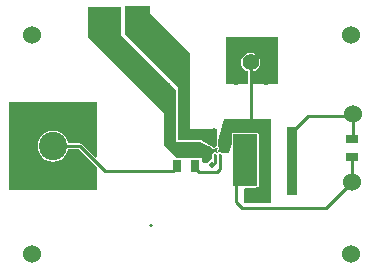
<source format=gtl>
G04*
G04 #@! TF.GenerationSoftware,Altium Limited,Altium Designer,18.0.7 (293)*
G04*
G04 Layer_Physical_Order=1*
G04 Layer_Color=255*
%FSLAX25Y25*%
%MOIN*%
G70*
G01*
G75*
%ADD10C,0.01000*%
%ADD13R,0.03307X0.22874*%
%ADD14R,0.03307X0.16693*%
%ADD15R,0.03898X0.03307*%
%ADD16R,0.03937X0.03150*%
%ADD17R,0.03150X0.03937*%
%ADD18R,0.02835X0.02992*%
%ADD19C,0.01181*%
%ADD20C,0.05512*%
%ADD21C,0.05906*%
%ADD22C,0.09449*%
%ADD23C,0.06000*%
%ADD24C,0.02000*%
G36*
X116392Y82866D02*
X108145D01*
Y86977D01*
X108829Y87261D01*
X109485Y87764D01*
X109987Y88419D01*
X110303Y89181D01*
X110411Y90000D01*
X110303Y90819D01*
X109987Y91581D01*
X109485Y92237D01*
X108829Y92739D01*
X108067Y93055D01*
X107248Y93163D01*
X106429Y93055D01*
X105667Y92739D01*
X105011Y92237D01*
X104509Y91581D01*
X104193Y90819D01*
X104085Y90000D01*
X104193Y89181D01*
X104509Y88419D01*
X105011Y87764D01*
X105667Y87261D01*
X106351Y86977D01*
Y82866D01*
X99167D01*
Y98319D01*
X116392Y98319D01*
Y82866D01*
D02*
G37*
G36*
X73903Y106006D02*
X86909Y93000D01*
Y67768D01*
X95971D01*
X95997Y67703D01*
Y62051D01*
X95497Y61682D01*
X95434Y61694D01*
X95056Y61619D01*
X94919Y61528D01*
X90809Y64268D01*
X83009D01*
Y81673D01*
X65500Y99182D01*
X65500Y108697D01*
X73903D01*
Y106006D01*
D02*
G37*
G36*
X64000Y108598D02*
X64000Y99000D01*
X82365Y80635D01*
Y63880D01*
X82777Y63468D01*
X90320D01*
X92938Y61968D01*
X93518D01*
X94691Y61185D01*
X94771Y61170D01*
X94839Y61124D01*
X94919Y61140D01*
X95000Y61124D01*
X95068Y61170D01*
X95148Y61186D01*
X95216Y61231D01*
X95436Y61275D01*
X95436Y61275D01*
X95441Y61276D01*
X95515Y61291D01*
X95523Y61297D01*
X95580Y61311D01*
X95726Y61340D01*
X95732Y61348D01*
X95742Y61351D01*
X95742Y61351D01*
X95813Y61365D01*
X95966Y61468D01*
X96309D01*
Y61404D01*
X96095Y61083D01*
X96020Y60705D01*
X96095Y60326D01*
X96309Y60005D01*
Y59968D01*
X96149Y59807D01*
X96134Y59830D01*
X95813Y60044D01*
X95434Y60119D01*
X95056Y60044D01*
X94735Y59830D01*
X94520Y59509D01*
X94445Y59130D01*
X94520Y58751D01*
X94537Y58726D01*
Y58196D01*
X92909Y56568D01*
X91509D01*
X90911Y57166D01*
Y57968D01*
X82835D01*
X78312Y62490D01*
X78312Y73264D01*
X53000Y98576D01*
Y108598D01*
X64000Y108598D01*
D02*
G37*
G36*
X56029Y58394D02*
X55567Y58203D01*
X51068Y62702D01*
X50777Y62897D01*
X50433Y62965D01*
X46440D01*
X46382Y63400D01*
X45868Y64642D01*
X45050Y65708D01*
X43984Y66526D01*
X42742Y67041D01*
X41409Y67216D01*
X40077Y67041D01*
X38835Y66526D01*
X37769Y65708D01*
X36950Y64642D01*
X36436Y63400D01*
X36261Y62068D01*
X36436Y60735D01*
X36950Y59493D01*
X37769Y58427D01*
X38835Y57609D01*
X40077Y57095D01*
X41409Y56919D01*
X42742Y57095D01*
X43984Y57609D01*
X45050Y58427D01*
X45868Y59493D01*
X46382Y60735D01*
X46440Y61171D01*
X50062D01*
X56029Y55203D01*
Y47378D01*
X26698Y47378D01*
Y76906D01*
X56029Y76906D01*
Y58394D01*
D02*
G37*
G36*
X109500Y55283D02*
Y48709D01*
X101500D01*
Y55283D01*
Y66142D01*
X109500D01*
Y55283D01*
D02*
G37*
G36*
X103841Y71000D02*
X114000Y71000D01*
X114000Y43000D01*
X105000D01*
X104958Y47918D01*
X105310Y48274D01*
X108947D01*
Y48298D01*
X109500D01*
X109791Y48418D01*
X109911Y48709D01*
Y59568D01*
Y66142D01*
X109791Y66433D01*
X109500Y66553D01*
X101500D01*
X101209Y66433D01*
X101089Y66142D01*
Y62911D01*
X99974Y59803D01*
X97747Y59772D01*
X97709Y59830D01*
X97388Y60044D01*
X97009Y60119D01*
X96699Y60058D01*
X96675Y60116D01*
X96651Y60234D01*
X96482Y60487D01*
X96439Y60705D01*
X96482Y60923D01*
X96651Y61176D01*
X96675Y61293D01*
X96721Y61404D01*
X96720Y61404D01*
Y61468D01*
X96600Y61758D01*
X96600Y61759D01*
X96600D01*
X96408Y62051D01*
Y62202D01*
X96424Y62279D01*
X96408Y62357D01*
Y63809D01*
X98500Y71000D01*
X103841Y71000D01*
D02*
G37*
D10*
X140993Y50120D02*
Y58451D01*
X73903Y35917D02*
X73919Y35902D01*
X111374Y85874D02*
X112248Y86748D01*
X102415Y43585D02*
Y50500D01*
Y43585D02*
X104500Y41500D01*
X132373D01*
X140993Y50120D01*
X141276Y71969D02*
Y72561D01*
Y64640D02*
Y71969D01*
X126272D02*
X141276D01*
X121087Y66783D02*
X126272Y71969D01*
X121087Y57000D02*
Y66783D01*
X107248Y68988D02*
Y90000D01*
X107228Y68968D02*
X107248Y68988D01*
X97009Y54461D02*
Y59130D01*
X96016Y53468D02*
X97009Y54461D01*
X90136Y53468D02*
X96016D01*
X88647Y54957D02*
X90136Y53468D01*
X140993Y58451D02*
X141160Y58284D01*
X140993Y64357D02*
X141276Y64640D01*
X112248Y86748D02*
X112500Y87000D01*
X112248Y86748D02*
Y95000D01*
X102248Y85000D02*
Y95000D01*
X112248D01*
X111374Y85126D02*
Y85874D01*
X112248Y85000D02*
Y86748D01*
X75301Y79661D02*
X79041Y75921D01*
X75099Y79661D02*
X75301D01*
X51409Y72068D02*
X52505D01*
X81265Y53874D02*
X82741Y55350D01*
X58627Y53874D02*
X81265D01*
X50433Y62068D02*
X58627Y53874D01*
X41409Y62068D02*
X50433D01*
X88647Y54957D02*
Y55350D01*
X95434Y56560D02*
Y59130D01*
X94520Y55646D02*
X95434Y56560D01*
X103745Y55032D02*
X104509Y54268D01*
D13*
X121087Y57000D02*
D03*
D14*
X106913D02*
D03*
D15*
X107228Y68968D02*
D03*
Y45031D02*
D03*
D16*
X140993Y64357D02*
D03*
Y58451D02*
D03*
D17*
X88647Y55350D02*
D03*
X82741D02*
D03*
X79001Y81039D02*
D03*
X84907D02*
D03*
X79041Y75921D02*
D03*
X84946D02*
D03*
D18*
X84809Y65758D02*
D03*
Y61978D02*
D03*
X88709Y65758D02*
D03*
Y61978D02*
D03*
D19*
X97009Y59130D02*
D03*
X95434D02*
D03*
X97009Y60705D02*
D03*
X95434D02*
D03*
X97009Y62279D02*
D03*
X95434D02*
D03*
D20*
X107248Y90000D02*
D03*
X102248Y95000D02*
D03*
Y85000D02*
D03*
X112248D02*
D03*
Y95000D02*
D03*
D21*
X60626Y104000D02*
D03*
X68500D02*
D03*
D22*
X41409Y62068D02*
D03*
X31409Y72068D02*
D03*
X51409D02*
D03*
Y52068D02*
D03*
X31409D02*
D03*
D23*
X34431Y98993D02*
D03*
X34431Y26268D02*
D03*
X140836D02*
D03*
Y98993D02*
D03*
X141276Y72819D02*
D03*
X140993Y50120D02*
D03*
D24*
X103000Y61759D02*
D03*
X94520Y55646D02*
D03*
X95171Y67063D02*
D03*
X92609Y57968D02*
D03*
X92609Y60601D02*
D03*
X103000Y53000D02*
D03*
M02*

</source>
